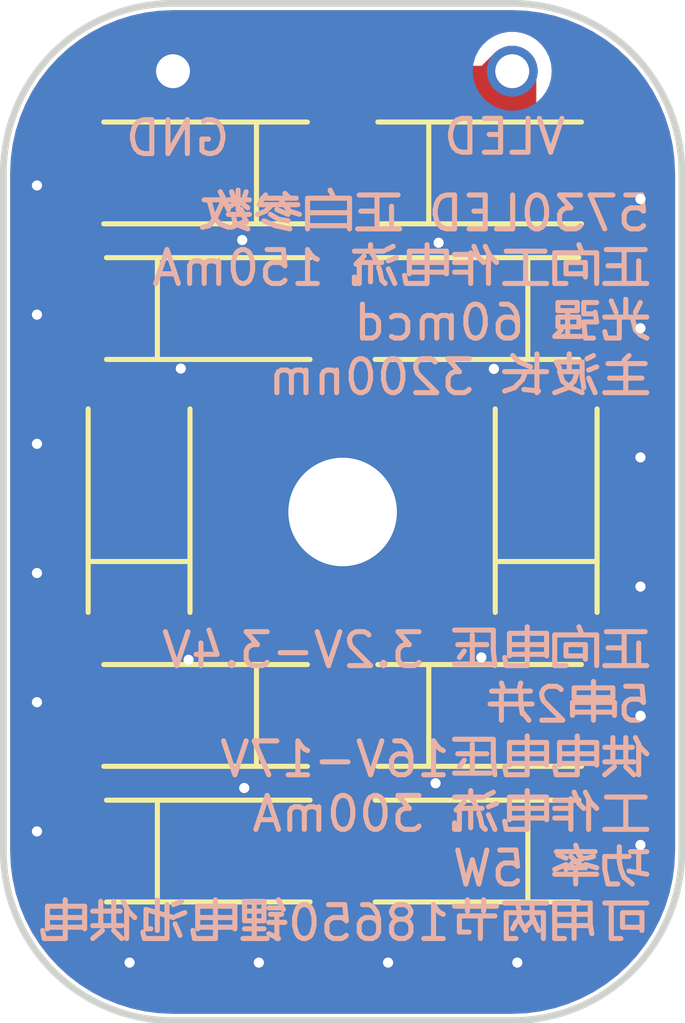
<source format=kicad_pcb>
(kicad_pcb (version 20240108) (generator "pcbnew") (generator_version "8.0")
  (layers (0 "F.Cu" signal) (31 "B.Cu" signal) (34 "B.Paste" user) (35 "F.Paste" user) (36 "B.SilkS" user "B.Silkscreen") (37 "F.SilkS" user "F.Silkscreen") (38 "B.Mask" user) (39 "F.Mask" user) (44 "Edge.Cuts" user))
  (net 0 "")
  (net 1 "Net-(LED6-K)")
  (net 2 "VLED1")
  (net 3 "Net-(LED7-K)")
  (net 4 "Net-(LED8-K)")
  (net 5 "Net-(LED10-A)")
  (net 6 "Net-(LED1-K)")
  (net 7 "Net-(LED2-K)")
  (net 8 "Net-(LED3-K)")
  (net 9 "Net-(LED4-K)")
  (net 10 "GND")
  (footprint "jlc_library:LED-SMD_3P-L5.7-W3.0-RD" (layer "F.Cu") (at 96 110)
    (property "Reference" "LED5" (hide yes))
    (property "Value" "LED_SMD_5730" (hide yes))
    (fp_line (start -1.4605 -1.501) (end -1.4605 1.501) (stroke (width 0.15)) (layer "F.SilkS"))
    (fp_line (start 3.0405 -1.501) (end -2.9615 -1.501) (stroke (width 0.15)) (layer "F.SilkS"))
    (fp_line (start 3.0405 1.501) (end -2.9615 1.501) (stroke (width 0.15)) (layer "F.SilkS"))
    (pad "1" smd roundrect (at -2.82 0 90) (size 2.4 1.4) (layers "F.Cu" "F.Paste" "F.Mask") (roundrect_rratio 0.1785714286) (net 10 "GND"))
    (pad "2" smd roundrect (at 2.82 0 270) (size 2.4 1.4) (layers "F.Cu" "F.Paste" "F.Mask") (roundrect_rratio 0.1785714286) (net 9 "Net-(LED4-K)"))
    (pad "3" smd roundrect (at 0.3 0 180) (size 2.8 1.7) (layers "F.Cu" "F.Paste" "F.Mask") (roundrect_rratio 0.1470588235) (net 9 "Net-(LED4-K)"))
  )
  (footprint "jlc_library:LED-SMD_3P-L5.7-W3.0-RD" (layer "F.Cu") (at 96 94)
    (property "Reference" "LED2" (hide yes))
    (property "Value" "LED_SMD_5730" (hide yes))
    (fp_line (start -1.4605 -1.501) (end -1.4605 1.501) (stroke (width 0.15)) (layer "F.SilkS"))
    (fp_line (start 3.0405 -1.501) (end -2.9615 -1.501) (stroke (width 0.15)) (layer "F.SilkS"))
    (fp_line (start 3.0405 1.501) (end -2.9615 1.501) (stroke (width 0.15)) (layer "F.SilkS"))
    (pad "1" smd roundrect (at -2.82 0 90) (size 2.4 1.4) (layers "F.Cu" "F.Paste" "F.Mask") (roundrect_rratio 0.1785714286) (net 7 "Net-(LED2-K)"))
    (pad "2" smd roundrect (at 2.82 0 270) (size 2.4 1.4) (layers "F.Cu" "F.Paste" "F.Mask") (roundrect_rratio 0.1785714286) (net 6 "Net-(LED1-K)"))
    (pad "3" smd roundrect (at 0.3 0 180) (size 2.8 1.7) (layers "F.Cu" "F.Paste" "F.Mask") (roundrect_rratio 0.1470588235) (net 6 "Net-(LED1-K)"))
  )
  (footprint "jlc_library:LED-SMD_3P-L5.7-W3.0-RD" (layer "F.Cu") (at 106 100 90)
    (property "Reference" "LED8" (hide yes))
    (property "Value" "LED_SMD_5730" (hide yes))
    (fp_line (start 3.0405 -1.501) (end -2.9615 -1.501) (stroke (width 0.15)) (layer "F.SilkS"))
    (fp_line (start -1.4605 -1.501) (end -1.4605 1.501) (stroke (width 0.15)) (layer "F.SilkS"))
    (fp_line (start 3.0405 1.501) (end -2.9615 1.501) (stroke (width 0.15)) (layer "F.SilkS"))
    (pad "1" smd roundrect (at -2.82 0 180) (size 2.4 1.4) (layers "F.Cu" "F.Paste" "F.Mask") (roundrect_rratio 0.1785714286) (net 4 "Net-(LED8-K)"))
    (pad "2" smd roundrect (at 2.82 0) (size 2.4 1.4) (layers "F.Cu" "F.Paste" "F.Mask") (roundrect_rratio 0.1785714286) (net 3 "Net-(LED7-K)"))
    (pad "3" smd roundrect (at 0.3 0 270) (size 2.8 1.7) (layers "F.Cu" "F.Paste" "F.Mask") (roundrect_rratio 0.1470588235) (net 3 "Net-(LED7-K)"))
  )
  (footprint "jlc_library:LED-SMD_3P-L5.7-W3.0-RD" (layer "F.Cu") (at 104 90)
    (property "Reference" "LED6" (hide yes))
    (property "Value" "LED_SMD_5730" (hide yes))
    (fp_line (start -1.4605 -1.501) (end -1.4605 1.501) (stroke (width 0.15)) (layer "F.SilkS"))
    (fp_line (start 3.0405 -1.501) (end -2.9615 -1.501) (stroke (width 0.15)) (layer "F.SilkS"))
    (fp_line (start 3.0405 1.501) (end -2.9615 1.501) (stroke (width 0.15)) (layer "F.SilkS"))
    (pad "1" smd roundrect (at -2.82 0 90) (size 2.4 1.4) (layers "F.Cu" "F.Paste" "F.Mask") (roundrect_rratio 0.1785714286) (net 1 "Net-(LED6-K)"))
    (pad "2" smd roundrect (at 2.82 0 270) (size 2.4 1.4) (layers "F.Cu" "F.Paste" "F.Mask") (roundrect_rratio 0.1785714286) (net 2 "VLED1"))
    (pad "3" smd roundrect (at 0.3 0 180) (size 2.8 1.7) (layers "F.Cu" "F.Paste" "F.Mask") (roundrect_rratio 0.1470588235) (net 2 "VLED1"))
  )
  (footprint "" (layer "F.Cu") (at 95 87)
    (property "Reference" "" (hide yes))
    (property "Value" "" (hide yes))
    (pad "1" thru_hole circle (at 0 0) (size 1.5 1.5) (drill 1) (layers "*.Cu" "*.Mask") (net 10 "GND"))
  )
  (footprint "" (layer "F.Cu") (at 105 87)
    (property "Reference" "" (hide yes))
    (property "Value" "" (hide yes))
    (pad "1" thru_hole circle (at 0 0) (size 1.5 1.5) (drill 1) (layers "*.Cu" "*.Mask") (net 2 "VLED1"))
  )
  (footprint "jlc_library:M3" (layer "F.Cu") (at 100 100)
    (property "Reference" "H1" (hide yes))
    (property "Value" "~" (hide yes))
    (pad "1" thru_hole circle (at 0 0) (size 5.6 5.6) (drill 3.2) (layers "*.Cu" "*.Mask") (net 10 "GND"))
  )
  (footprint "jlc_library:LED-SMD_3P-L5.7-W3.0-RD" (layer "F.Cu") (at 96 106 180)
    (property "Reference" "LED4" (hide yes))
    (property "Value" "LED_SMD_5730" (hide yes))
    (fp_line (start 3.0405 1.501) (end -2.9615 1.501) (stroke (width 0.15)) (layer "F.SilkS"))
    (fp_line (start 3.0405 -1.501) (end -2.9615 -1.501) (stroke (width 0.15)) (layer "F.SilkS"))
    (fp_line (start -1.4605 -1.501) (end -1.4605 1.501) (stroke (width 0.15)) (layer "F.SilkS"))
    (pad "1" smd roundrect (at -2.82 0 270) (size 2.4 1.4) (layers "F.Cu" "F.Paste" "F.Mask") (roundrect_rratio 0.1785714286) (net 9 "Net-(LED4-K)"))
    (pad "2" smd roundrect (at 2.82 0 90) (size 2.4 1.4) (layers "F.Cu" "F.Paste" "F.Mask") (roundrect_rratio 0.1785714286) (net 8 "Net-(LED3-K)"))
    (pad "3" smd roundrect (at 0.3 0) (size 2.8 1.7) (layers "F.Cu" "F.Paste" "F.Mask") (roundrect_rratio 0.1470588235) (net 8 "Net-(LED3-K)"))
  )
  (footprint "jlc_library:LED-SMD_3P-L5.7-W3.0-RD" (layer "F.Cu") (at 96 90 180)
    (property "Reference" "LED1" (hide yes))
    (property "Value" "LED_SMD_5730" (hide yes))
    (fp_line (start 3.0405 1.501) (end -2.9615 1.501) (stroke (width 0.15)) (layer "F.SilkS"))
    (fp_line (start 3.0405 -1.501) (end -2.9615 -1.501) (stroke (width 0.15)) (layer "F.SilkS"))
    (fp_line (start -1.4605 -1.501) (end -1.4605 1.501) (stroke (width 0.15)) (layer "F.SilkS"))
    (pad "1" smd roundrect (at -2.82 0 270) (size 2.4 1.4) (layers "F.Cu" "F.Paste" "F.Mask") (roundrect_rratio 0.1785714286) (net 6 "Net-(LED1-K)"))
    (pad "2" smd roundrect (at 2.82 0 90) (size 2.4 1.4) (layers "F.Cu" "F.Paste" "F.Mask") (roundrect_rratio 0.1785714286) (net 2 "VLED1"))
    (pad "3" smd roundrect (at 0.3 0) (size 2.8 1.7) (layers "F.Cu" "F.Paste" "F.Mask") (roundrect_rratio 0.1470588235) (net 2 "VLED1"))
  )
  (footprint "jlc_library:LED-SMD_3P-L5.7-W3.0-RD" (layer "F.Cu") (at 104 106)
    (property "Reference" "LED9" (hide yes))
    (property "Value" "LED_SMD_5730" (hide yes))
    (fp_line (start -1.4605 -1.501) (end -1.4605 1.501) (stroke (width 0.15)) (layer "F.SilkS"))
    (fp_line (start 3.0405 -1.501) (end -2.9615 -1.501) (stroke (width 0.15)) (layer "F.SilkS"))
    (fp_line (start 3.0405 1.501) (end -2.9615 1.501) (stroke (width 0.15)) (layer "F.SilkS"))
    (pad "1" smd roundrect (at -2.82 0 90) (size 2.4 1.4) (layers "F.Cu" "F.Paste" "F.Mask") (roundrect_rratio 0.1785714286) (net 5 "Net-(LED10-A)"))
    (pad "2" smd roundrect (at 2.82 0 270) (size 2.4 1.4) (layers "F.Cu" "F.Paste" "F.Mask") (roundrect_rratio 0.1785714286) (net 4 "Net-(LED8-K)"))
    (pad "3" smd roundrect (at 0.3 0 180) (size 2.8 1.7) (layers "F.Cu" "F.Paste" "F.Mask") (roundrect_rratio 0.1470588235) (net 4 "Net-(LED8-K)"))
  )
  (footprint "jlc_library:LED-SMD_3P-L5.7-W3.0-RD" (layer "F.Cu") (at 94 100 90)
    (property "Reference" "LED3" (hide yes))
    (property "Value" "LED_SMD_5730" (hide yes))
    (fp_line (start 3.0405 -1.501) (end -2.9615 -1.501) (stroke (width 0.15)) (layer "F.SilkS"))
    (fp_line (start -1.4605 -1.501) (end -1.4605 1.501) (stroke (width 0.15)) (layer "F.SilkS"))
    (fp_line (start 3.0405 1.501) (end -2.9615 1.501) (stroke (width 0.15)) (layer "F.SilkS"))
    (pad "1" smd roundrect (at -2.82 0 180) (size 2.4 1.4) (layers "F.Cu" "F.Paste" "F.Mask") (roundrect_rratio 0.1785714286) (net 8 "Net-(LED3-K)"))
    (pad "2" smd roundrect (at 2.82 0) (size 2.4 1.4) (layers "F.Cu" "F.Paste" "F.Mask") (roundrect_rratio 0.1785714286) (net 7 "Net-(LED2-K)"))
    (pad "3" smd roundrect (at 0.3 0 270) (size 2.8 1.7) (layers "F.Cu" "F.Paste" "F.Mask") (roundrect_rratio 0.1470588235) (net 7 "Net-(LED2-K)"))
  )
  (footprint "jlc_library:LED-SMD_3P-L5.7-W3.0-RD" (layer "F.Cu") (at 104 110 180)
    (property "Reference" "LED10" (hide yes))
    (property "Value" "LED_SMD_5730" (hide yes))
    (fp_line (start 3.0405 1.501) (end -2.9615 1.501) (stroke (width 0.15)) (layer "F.SilkS"))
    (fp_line (start 3.0405 -1.501) (end -2.9615 -1.501) (stroke (width 0.15)) (layer "F.SilkS"))
    (fp_line (start -1.4605 -1.501) (end -1.4605 1.501) (stroke (width 0.15)) (layer "F.SilkS"))
    (pad "1" smd roundrect (at -2.82 0 270) (size 2.4 1.4) (layers "F.Cu" "F.Paste" "F.Mask") (roundrect_rratio 0.1785714286) (net 10 "GND"))
    (pad "2" smd roundrect (at 2.82 0 90) (size 2.4 1.4) (layers "F.Cu" "F.Paste" "F.Mask") (roundrect_rratio 0.1785714286) (net 5 "Net-(LED10-A)"))
    (pad "3" smd roundrect (at 0.3 0) (size 2.8 1.7) (layers "F.Cu" "F.Paste" "F.Mask") (roundrect_rratio 0.1470588235) (net 5 "Net-(LED10-A)"))
  )
  (footprint "jlc_library:LED-SMD_3P-L5.7-W3.0-RD" (layer "F.Cu") (at 104 94 180)
    (property "Reference" "LED7" (hide yes))
    (property "Value" "LED_SMD_5730" (hide yes))
    (fp_line (start 3.0405 1.501) (end -2.9615 1.501) (stroke (width 0.15)) (layer "F.SilkS"))
    (fp_line (start 3.0405 -1.501) (end -2.9615 -1.501) (stroke (width 0.15)) (layer "F.SilkS"))
    (fp_line (start -1.4605 -1.501) (end -1.4605 1.501) (stroke (width 0.15)) (layer "F.SilkS"))
    (pad "1" smd roundrect (at -2.82 0 270) (size 2.4 1.4) (layers "F.Cu" "F.Paste" "F.Mask") (roundrect_rratio 0.1785714286) (net 3 "Net-(LED7-K)"))
    (pad "2" smd roundrect (at 2.82 0 90) (size 2.4 1.4) (layers "F.Cu" "F.Paste" "F.Mask") (roundrect_rratio 0.1785714286) (net 1 "Net-(LED6-K)"))
    (pad "3" smd roundrect (at 0.3 0) (size 2.8 1.7) (layers "F.Cu" "F.Paste" "F.Mask") (roundrect_rratio 0.1470588235) (net 1 "Net-(LED6-K)"))
  )
  (gr_arc (start 90 90) (mid 91.464466 86.464466) (end 95 85) (stroke (width 0.2)) (layer "Edge.Cuts"))
  (gr_arc (start 105 85) (mid 108.535534 86.464466) (end 110 90) (stroke (width 0.2)) (layer "Edge.Cuts"))
  (gr_line (start 90 110) (end 90 90) (stroke (width 0.2)) (layer "Edge.Cuts"))
  (gr_arc (start 110 110) (mid 108.535534 113.535534) (end 105 115) (stroke (width 0.2)) (layer "Edge.Cuts"))
  (gr_arc (start 95 115) (mid 91.464466 113.535534) (end 90 110) (stroke (width 0.2)) (layer "Edge.Cuts"))
  (gr_line (start 105 115) (end 95 115) (stroke (width 0.2)) (layer "Edge.Cuts"))
  (gr_line (start 95 85) (end 105 85) (stroke (width 0.2)) (layer "Edge.Cuts"))
  (gr_line (start 110 90) (end 110 110) (stroke (width 0.2)) (layer "Edge.Cuts"))
  (gr_text "GND" (at 96.76 89.56 0) (layer "B.SilkS") (effects (font (size 1 1) (thickness 0.15) (bold yes)) (justify left bottom mirror)))
  (gr_text "5730LED 正白参数\n正向工作电流 150mA\n光强 60mcd\n主波长 3200nm\n\n\n\n\n正向电压 3.2V-3.4V\n5串2并\n供电电压16V-17V\n工作电流 300mA\n功率 5W\n可用两节18650锂电池供电" (at 109.16 112.71 0) (layer "B.SilkS") (effects (font (size 1 1) (thickness 0.15) (bold yes)) (justify left bottom mirror)))
  (gr_text "VLED" (at 106.66 89.52 0) (layer "B.SilkS") (effects (font (size 1 1) (thickness 0.15) (bold yes)) (justify left bottom mirror)))
  (segment (start 101.18 90) (end 101.18 94) (width 1.5) (layer "F.Cu") (net 1))
  (segment (start 101.18 94) (end 103.7 94) (width 1.5) (layer "F.Cu") (net 1))
  (segment (start 104.96 89.34) (end 104.96 87.04) (width 1.5) (layer "F.Cu") (net 2))
  (segment (start 104.41 87.59) (end 105 87) (width 1.5) (layer "F.Cu") (net 2))
  (segment (start 104.96 87.04) (end 105 87) (width 1.5) (layer "F.Cu") (net 2))
  (segment (start 95.7 89.54) (end 97.65 87.59) (width 1.5) (layer "F.Cu") (net 2))
  (segment (start 106.82 90) (end 104.3 90) (width 1.5) (layer "F.Cu") (net 2))
  (segment (start 95.7 90) (end 95.7 89.54) (width 1.5) (layer "F.Cu") (net 2))
  (segment (start 95.7 90) (end 93.18 90) (width 1.5) (layer "F.Cu") (net 2))
  (segment (start 104.3 90) (end 104.96 89.34) (width 1.5) (layer "F.Cu") (net 2))
  (segment (start 97.65 87.59) (end 104.41 87.59) (width 1.5) (layer "F.Cu") (net 2))
  (segment (start 106.82 96.36) (end 106 97.18) (width 1.5) (layer "F.Cu") (net 3))
  (segment (start 106.82 94) (end 106.82 96.36) (width 1.5) (layer "F.Cu") (net 3))
  (segment (start 106 97.18) (end 106 99.7) (width 1.5) (layer "F.Cu") (net 3))
  (segment (start 104.3 106) (end 106.82 106) (width 1.5) (layer "F.Cu") (net 4))
  (segment (start 106.82 103.64) (end 106 102.82) (width 1.5) (layer "F.Cu") (net 4))
  (segment (start 106.82 106) (end 106.82 103.64) (width 1.5) (layer "F.Cu") (net 4))
  (segment (start 103.7 110) (end 101.18 110) (width 1.5) (layer "F.Cu") (net 5))
  (segment (start 101.18 106) (end 101.18 110) (width 1.5) (layer "F.Cu") (net 5))
  (segment (start 96.3 94) (end 98.82 94) (width 1.5) (layer "F.Cu") (net 6))
  (segment (start 98.82 94) (end 98.82 90) (width 1.5) (layer "F.Cu") (net 6))
  (segment (start 93.18 94) (end 93.18 96.36) (width 1.5) (layer "F.Cu") (net 7))
  (segment (start 94 99.7) (end 94 97.18) (width 1.5) (layer "F.Cu") (net 7))
  (segment (start 93.18 96.36) (end 94 97.18) (width 1.5) (layer "F.Cu") (net 7))
  (segment (start 93.18 106) (end 93.18 103.64) (width 1.5) (layer "F.Cu") (net 8))
  (segment (start 93.18 103.64) (end 94 102.82) (width 1.5) (layer "F.Cu") (net 8))
  (segment (start 95.7 106) (end 93.18 106) (width 1.5) (layer "F.Cu") (net 8))
  (segment (start 98.82 106) (end 98.82 110) (width 1.5) (layer "F.Cu") (net 9))
  (segment (start 96.3 110) (end 98.82 110) (width 1.5) (layer "F.Cu") (net 9))
  (segment (start 105.83 112.27) (end 106.82 111.28) (width 1.5) (layer "F.Cu") (net 10))
  (segment (start 93.18 110) (end 93.18 111.2) (width 1.5) (layer "F.Cu") (net 10))
  (segment (start 106.82 111.28) (end 106.82 110) (width 1.5) (layer "F.Cu") (net 10))
  (segment (start 93.18 111.2) (end 94.25 112.27) (width 1.5) (layer "F.Cu") (net 10))
  (segment (start 94.25 112.27) (end 105.83 112.27) (width 1.5) (layer "F.Cu") (net 10))
  (via (at 90.99 101.8) (size 0.5) (drill 0.3) (layers "F.Cu" "B.Cu") (net 10))
  (via (at 90.99 109.42) (size 0.5) (drill 0.3) (layers "F.Cu" "B.Cu") (net 10))
  (via (at 104.46 95.78) (size 0.5) (drill 0.3) (layers "F.Cu" "B.Cu") (net 10))
  (via (at 108.78 98.39) (size 0.5) (drill 0.3) (layers "F.Cu" "B.Cu") (net 10))
  (via (at 90.99 90.37) (size 0.5) (drill 0.3) (layers "F.Cu" "B.Cu") (net 10))
  (via (at 97.53 113.29) (size 0.5) (drill 0.3) (layers "F.Cu" "B.Cu") (net 10))
  (via (at 95.46 104.36) (size 0.5) (drill 0.3) (layers "F.Cu" "B.Cu") (net 10))
  (via (at 108.78 94.58) (size 0.5) (drill 0.3) (layers "F.Cu" "B.Cu") (net 10))
  (via (at 102.83 92.06) (size 0.5) (drill 0.3) (layers "F.Cu" "B.Cu") (net 10))
  (via (at 108.78 106.01) (size 0.5) (drill 0.3) (layers "F.Cu" "B.Cu") (net 10))
  (via (at 93.72 113.29) (size 0.5) (drill 0.3) (layers "F.Cu" "B.Cu") (net 10))
  (via (at 90.99 97.99) (size 0.5) (drill 0.3) (layers "F.Cu" "B.Cu") (net 10))
  (via (at 90.99 94.18) (size 0.5) (drill 0.3) (layers "F.Cu" "B.Cu") (net 10))
  (via (at 97.04 91.98) (size 0.5) (drill 0.3) (layers "F.Cu" "B.Cu") (net 10))
  (via (at 102.74 108) (size 0.5) (drill 0.3) (layers "F.Cu" "B.Cu") (net 10))
  (via (at 90.99 105.61) (size 0.5) (drill 0.3) (layers "F.Cu" "B.Cu") (net 10))
  (via (at 97.1 108.14) (size 0.5) (drill 0.3) (layers "F.Cu" "B.Cu") (net 10))
  (via (at 101.34 113.29) (size 0.5) (drill 0.3) (layers "F.Cu" "B.Cu") (net 10))
  (via (at 104.09 104.29) (size 0.5) (drill 0.3) (layers "F.Cu" "B.Cu") (net 10))
  (via (at 108.78 109.82) (size 0.5) (drill 0.3) (layers "F.Cu" "B.Cu") (net 10))
  (via (at 108.78 102.2) (size 0.5) (drill 0.3) (layers "F.Cu" "B.Cu") (net 10))
  (via (at 105.15 113.29) (size 0.5) (drill 0.3) (layers "F.Cu" "B.Cu") (net 10))
  (via (at 108.78 90.77) (size 0.5) (drill 0.3) (layers "F.Cu" "B.Cu") (net 10))
  (via (at 95.23 95.77) (size 0.5) (drill 0.3) (layers "F.Cu" "B.Cu") (net 10))
  (zone (net 10) (net_name "GND") (layers "F&B.Cu") (name "GND") (priority 2) (connect_pads yes (clearance 0.4)) (min_thickness 0.25) (fill yes (thermal_gap 0.25) (thermal_bridge_width 0.5) (smoothing fillet) (radius 5))
    (polygon (pts (xy 90 85) (xy 90 115) (xy 110 115) (xy 110 85)))
  )
)
</source>
